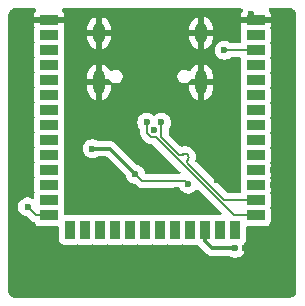
<source format=gbr>
%TF.GenerationSoftware,KiCad,Pcbnew,9.0.3*%
%TF.CreationDate,2025-11-21T23:03:04-05:00*%
%TF.ProjectId,JabChip,4a616243-6869-4702-9e6b-696361645f70,rev?*%
%TF.SameCoordinates,Original*%
%TF.FileFunction,Copper,L4,Bot*%
%TF.FilePolarity,Positive*%
%FSLAX46Y46*%
G04 Gerber Fmt 4.6, Leading zero omitted, Abs format (unit mm)*
G04 Created by KiCad (PCBNEW 9.0.3) date 2025-11-21 23:03:04*
%MOMM*%
%LPD*%
G01*
G04 APERTURE LIST*
%TA.AperFunction,HeatsinkPad*%
%ADD10O,1.000000X2.100000*%
%TD*%
%TA.AperFunction,HeatsinkPad*%
%ADD11O,1.000000X1.800000*%
%TD*%
%TA.AperFunction,SMDPad,CuDef*%
%ADD12R,1.500000X0.900000*%
%TD*%
%TA.AperFunction,SMDPad,CuDef*%
%ADD13R,0.900000X1.500000*%
%TD*%
%TA.AperFunction,ViaPad*%
%ADD14C,0.600000*%
%TD*%
%TA.AperFunction,Conductor*%
%ADD15C,0.300000*%
%TD*%
%TA.AperFunction,Conductor*%
%ADD16C,0.200000*%
%TD*%
G04 APERTURE END LIST*
D10*
%TO.P,J1,S1,SHIELD*%
%TO.N,GND*%
X142750000Y-67940600D03*
D11*
X142750000Y-63760600D03*
D10*
X134110000Y-67940600D03*
D11*
X134110000Y-63760600D03*
%TD*%
D12*
%TO.P,U4,1,GND*%
%TO.N,GND*%
X147383200Y-62659600D03*
%TO.P,U4,2,3V3*%
%TO.N,+3V3*%
X147383200Y-63929600D03*
%TO.P,U4,3,EN*%
%TO.N,/EN*%
X147383200Y-65199600D03*
%TO.P,U4,4,IO4*%
%TO.N,/4*%
X147383200Y-66469600D03*
%TO.P,U4,5,IO5*%
%TO.N,/5*%
X147383200Y-67739600D03*
%TO.P,U4,6,IO6*%
%TO.N,/6*%
X147383200Y-69009600D03*
%TO.P,U4,7,IO7*%
%TO.N,/7*%
X147383200Y-70279600D03*
%TO.P,U4,8,IO15*%
%TO.N,/15*%
X147383200Y-71549600D03*
%TO.P,U4,9,IO16*%
%TO.N,/16*%
X147383200Y-72819600D03*
%TO.P,U4,10,IO17*%
%TO.N,/17*%
X147383200Y-74089600D03*
%TO.P,U4,11,IO18*%
%TO.N,SDA*%
X147383200Y-75359600D03*
%TO.P,U4,12,IO8*%
%TO.N,SCL*%
X147383200Y-76629600D03*
%TO.P,U4,13,USB_D-*%
%TO.N,D-*%
X147383200Y-77899600D03*
%TO.P,U4,14,USB_D+*%
%TO.N,D+*%
X147383200Y-79169600D03*
D13*
%TO.P,U4,15,IO3*%
%TO.N,/3*%
X145618200Y-80419600D03*
%TO.P,U4,16,IO46*%
%TO.N,/46*%
X144348200Y-80419600D03*
%TO.P,U4,17,IO9*%
%TO.N,Piezo*%
X143078200Y-80419600D03*
%TO.P,U4,18,IO10*%
%TO.N,/10*%
X141808200Y-80419600D03*
%TO.P,U4,19,IO11*%
%TO.N,/11*%
X140538200Y-80419600D03*
%TO.P,U4,20,IO12*%
%TO.N,/12*%
X139268200Y-80419600D03*
%TO.P,U4,21,IO13*%
%TO.N,/13*%
X137998200Y-80419600D03*
%TO.P,U4,22,IO14*%
%TO.N,/14*%
X136728200Y-80419600D03*
%TO.P,U4,23,IO21*%
%TO.N,/21*%
X135458200Y-80419600D03*
%TO.P,U4,24,IO47*%
%TO.N,/47*%
X134188200Y-80419600D03*
%TO.P,U4,25,IO48*%
%TO.N,/48*%
X132918200Y-80419600D03*
%TO.P,U4,26,IO45*%
%TO.N,/45*%
X131648200Y-80419600D03*
D12*
%TO.P,U4,27,IO0*%
%TO.N,/0*%
X129883200Y-79169600D03*
%TO.P,U4,28,IO35*%
%TO.N,/35*%
X129883200Y-77899600D03*
%TO.P,U4,29,IO36*%
%TO.N,/36*%
X129883200Y-76629600D03*
%TO.P,U4,30,IO37*%
%TO.N,/37*%
X129883200Y-75359600D03*
%TO.P,U4,31,IO38*%
%TO.N,/38*%
X129883200Y-74089600D03*
%TO.P,U4,32,IO39*%
%TO.N,/39*%
X129883200Y-72819600D03*
%TO.P,U4,33,IO40*%
%TO.N,/40*%
X129883200Y-71549600D03*
%TO.P,U4,34,IO41*%
%TO.N,/41*%
X129883200Y-70279600D03*
%TO.P,U4,35,IO42*%
%TO.N,/42*%
X129883200Y-69009600D03*
%TO.P,U4,36,RXD0*%
%TO.N,/RXD0*%
X129883200Y-67739600D03*
%TO.P,U4,37,TXD0*%
%TO.N,/TXD0*%
X129883200Y-66469600D03*
%TO.P,U4,38,IO2*%
%TO.N,/2*%
X129883200Y-65199600D03*
%TO.P,U4,39,IO1*%
%TO.N,/1*%
X129883200Y-63929600D03*
%TO.P,U4,40,GND*%
%TO.N,GND*%
X129883200Y-62659600D03*
%TD*%
D14*
%TO.N,+5V*%
X137195600Y-75722900D03*
X141681200Y-76555600D03*
X133553200Y-73549400D03*
%TO.N,GND*%
X136245600Y-76758800D03*
X146964400Y-62179200D03*
X138795200Y-71994616D03*
X140716000Y-77063600D03*
X144068800Y-76200000D03*
X148844000Y-75336400D03*
X146456400Y-81991200D03*
X148844000Y-76657200D03*
X137312400Y-69697600D03*
X142748000Y-70866000D03*
%TO.N,+3V3*%
X147383200Y-63929600D03*
%TO.N,/0*%
X128056600Y-78486000D03*
%TO.N,/EN*%
X144729200Y-65227200D03*
%TO.N,Piezo*%
X145643600Y-81991200D03*
%TO.N,D-*%
X139395200Y-71323200D03*
%TO.N,D+*%
X138153600Y-71323200D03*
%TO.N,SCL*%
X147383200Y-76629600D03*
%TO.N,SDA*%
X147383200Y-75359600D03*
%TD*%
D15*
%TO.N,+5V*%
X135022100Y-73549400D02*
X133553200Y-73549400D01*
D16*
X137774300Y-76301600D02*
X141427200Y-76301600D01*
X137195600Y-75722900D02*
X137195600Y-75880000D01*
D15*
X137195600Y-75722900D02*
X135022100Y-73549400D01*
D16*
X137195600Y-75722900D02*
X137774300Y-76301600D01*
X141427200Y-76301600D02*
X141681200Y-76555600D01*
%TO.N,/0*%
X128056600Y-78486000D02*
X128740200Y-79169600D01*
X128740200Y-79169600D02*
X129883200Y-79169600D01*
%TO.N,/EN*%
X144756800Y-65199600D02*
X147383200Y-65199600D01*
X144729200Y-65227200D02*
X144756800Y-65199600D01*
%TO.N,Piezo*%
X145618200Y-81965800D02*
X145643600Y-81991200D01*
D15*
X143078200Y-80419600D02*
X143078200Y-81369600D01*
X143699800Y-81991200D02*
X145643600Y-81991200D01*
X143078200Y-81369600D02*
X143699800Y-81991200D01*
D16*
%TO.N,D-*%
X144701600Y-77899600D02*
X141614363Y-74812363D01*
X139395200Y-72593200D02*
X139395200Y-71323200D01*
X141639829Y-74108073D02*
X141554976Y-74023220D01*
X140850686Y-74048686D02*
X140765834Y-73963834D01*
X147383200Y-77899600D02*
X144701600Y-77899600D01*
X140765834Y-73963834D02*
X140436962Y-73634962D01*
X140436962Y-73634962D02*
X139395200Y-72593200D01*
X141614363Y-74472951D02*
X141639829Y-74447484D01*
X141215564Y-74023220D02*
X141190097Y-74048686D01*
X141639829Y-74447484D02*
G75*
G03*
X141639808Y-74108094I-169729J169684D01*
G01*
X141190097Y-74048686D02*
G75*
G02*
X140850685Y-74048687I-169706J169703D01*
G01*
X141554976Y-74023220D02*
G75*
G03*
X141215564Y-74023220I-169706J-169704D01*
G01*
X141614363Y-74812363D02*
G75*
G02*
X141614406Y-74472994I169737J169663D01*
G01*
%TO.N,D+*%
X138546257Y-72595616D02*
X138194200Y-72243559D01*
X147383200Y-79169600D02*
X145507738Y-79169600D01*
X138133800Y-71343000D02*
X138153600Y-71323200D01*
X138133800Y-71738200D02*
X138133800Y-71343000D01*
X138194200Y-71798600D02*
X138133800Y-71738200D01*
X138194200Y-72243559D02*
X138194200Y-71798600D01*
X145507738Y-79169600D02*
X138933754Y-72595616D01*
X138933754Y-72595616D02*
X138546257Y-72595616D01*
%TD*%
%TA.AperFunction,Conductor*%
%TO.N,GND*%
G36*
X128731192Y-61690605D02*
G01*
X128776947Y-61743409D01*
X128786891Y-61812567D01*
X128763419Y-61869231D01*
X128689849Y-61967506D01*
X128689845Y-61967513D01*
X128639603Y-62102220D01*
X128639601Y-62102227D01*
X128633200Y-62161755D01*
X128633200Y-62409600D01*
X131133200Y-62409600D01*
X131133200Y-62161772D01*
X131133199Y-62161755D01*
X131126798Y-62102227D01*
X131126796Y-62102220D01*
X131076554Y-61967513D01*
X131076550Y-61967506D01*
X131002981Y-61869231D01*
X130978563Y-61803767D01*
X130993414Y-61735494D01*
X131042819Y-61686088D01*
X131102247Y-61670920D01*
X146164153Y-61670920D01*
X146231192Y-61690605D01*
X146276947Y-61743409D01*
X146286891Y-61812567D01*
X146263419Y-61869231D01*
X146189849Y-61967506D01*
X146189845Y-61967513D01*
X146139603Y-62102220D01*
X146139601Y-62102227D01*
X146133200Y-62161755D01*
X146133200Y-62409600D01*
X148633200Y-62409600D01*
X148633200Y-62161772D01*
X148633199Y-62161755D01*
X148626798Y-62102227D01*
X148626796Y-62102220D01*
X148576554Y-61967513D01*
X148576550Y-61967506D01*
X148502981Y-61869231D01*
X148478563Y-61803767D01*
X148493414Y-61735494D01*
X148542819Y-61686088D01*
X148602247Y-61670920D01*
X150244091Y-61670920D01*
X150244098Y-61670922D01*
X150303036Y-61670920D01*
X150316895Y-61671697D01*
X150410823Y-61682279D01*
X150437879Y-61688455D01*
X150520473Y-61717355D01*
X150545476Y-61729395D01*
X150619569Y-61775950D01*
X150641274Y-61793260D01*
X150703139Y-61855125D01*
X150720449Y-61876831D01*
X150767002Y-61950920D01*
X150779047Y-61975932D01*
X150807943Y-62058516D01*
X150814120Y-62085582D01*
X150824700Y-62179485D01*
X150825479Y-62193368D01*
X150825478Y-62256685D01*
X150825479Y-62256714D01*
X150825479Y-85575694D01*
X150825478Y-85575698D01*
X150825479Y-85608781D01*
X150825479Y-85634630D01*
X150824699Y-85648513D01*
X150814119Y-85742417D01*
X150807941Y-85769486D01*
X150779047Y-85852066D01*
X150766999Y-85877086D01*
X150720452Y-85951165D01*
X150703139Y-85972874D01*
X150641274Y-86034739D01*
X150619563Y-86052052D01*
X150545482Y-86098600D01*
X150520467Y-86110647D01*
X150437883Y-86139543D01*
X150410815Y-86145721D01*
X150316912Y-86156300D01*
X150303031Y-86157079D01*
X150252307Y-86157078D01*
X150244098Y-86157078D01*
X150244097Y-86157078D01*
X150235474Y-86157078D01*
X150235446Y-86157080D01*
X127030952Y-86157080D01*
X127022308Y-86157079D01*
X127022302Y-86157078D01*
X126980838Y-86157079D01*
X126963364Y-86157079D01*
X126963363Y-86157078D01*
X126949488Y-86156300D01*
X126855582Y-86145720D01*
X126828516Y-86139543D01*
X126787224Y-86125095D01*
X126745930Y-86110646D01*
X126720920Y-86098602D01*
X126646831Y-86052049D01*
X126625125Y-86034739D01*
X126563260Y-85972874D01*
X126545950Y-85951169D01*
X126499395Y-85877076D01*
X126487355Y-85852073D01*
X126458455Y-85769479D01*
X126452279Y-85742423D01*
X126441697Y-85648495D01*
X126440920Y-85634629D01*
X126440922Y-85575698D01*
X126440920Y-85575693D01*
X126440921Y-85568122D01*
X126440919Y-85568072D01*
X126440919Y-78407153D01*
X127256100Y-78407153D01*
X127256100Y-78564846D01*
X127286861Y-78719489D01*
X127286864Y-78719501D01*
X127347202Y-78865172D01*
X127347209Y-78865185D01*
X127434810Y-78996288D01*
X127434813Y-78996292D01*
X127546307Y-79107786D01*
X127546311Y-79107789D01*
X127677414Y-79195390D01*
X127677427Y-79195397D01*
X127823098Y-79255735D01*
X127823103Y-79255737D01*
X127887747Y-79268595D01*
X127978449Y-79286638D01*
X128040360Y-79319023D01*
X128041939Y-79320574D01*
X128255339Y-79533974D01*
X128255349Y-79533985D01*
X128259679Y-79538315D01*
X128259680Y-79538316D01*
X128371484Y-79650120D01*
X128371486Y-79650121D01*
X128371490Y-79650124D01*
X128504787Y-79727082D01*
X128508416Y-79729177D01*
X128592739Y-79751771D01*
X128652398Y-79788134D01*
X128676827Y-79828211D01*
X128689403Y-79861930D01*
X128689406Y-79861935D01*
X128775652Y-79977144D01*
X128775655Y-79977147D01*
X128890864Y-80063393D01*
X128890871Y-80063397D01*
X129025717Y-80113691D01*
X129025716Y-80113691D01*
X129032644Y-80114435D01*
X129085327Y-80120100D01*
X130573700Y-80120099D01*
X130640739Y-80139784D01*
X130686494Y-80192587D01*
X130697700Y-80244099D01*
X130697700Y-81217470D01*
X130697701Y-81217476D01*
X130704108Y-81277083D01*
X130754402Y-81411928D01*
X130754406Y-81411935D01*
X130840652Y-81527144D01*
X130840655Y-81527147D01*
X130955864Y-81613393D01*
X130955871Y-81613397D01*
X131090717Y-81663691D01*
X131090716Y-81663691D01*
X131097644Y-81664435D01*
X131150327Y-81670100D01*
X132146072Y-81670099D01*
X132205683Y-81663691D01*
X132239867Y-81650940D01*
X132309558Y-81645957D01*
X132326527Y-81650938D01*
X132360717Y-81663691D01*
X132420327Y-81670100D01*
X133416072Y-81670099D01*
X133475683Y-81663691D01*
X133509867Y-81650940D01*
X133579558Y-81645957D01*
X133596527Y-81650938D01*
X133630717Y-81663691D01*
X133690327Y-81670100D01*
X134686072Y-81670099D01*
X134745683Y-81663691D01*
X134779867Y-81650940D01*
X134849558Y-81645957D01*
X134866527Y-81650938D01*
X134900717Y-81663691D01*
X134960327Y-81670100D01*
X135956072Y-81670099D01*
X136015683Y-81663691D01*
X136049867Y-81650940D01*
X136119558Y-81645957D01*
X136136527Y-81650938D01*
X136170717Y-81663691D01*
X136230327Y-81670100D01*
X137226072Y-81670099D01*
X137285683Y-81663691D01*
X137319867Y-81650940D01*
X137389558Y-81645957D01*
X137406527Y-81650938D01*
X137440717Y-81663691D01*
X137500327Y-81670100D01*
X138496072Y-81670099D01*
X138555683Y-81663691D01*
X138589867Y-81650940D01*
X138659558Y-81645957D01*
X138676527Y-81650938D01*
X138710717Y-81663691D01*
X138770327Y-81670100D01*
X139766072Y-81670099D01*
X139825683Y-81663691D01*
X139859867Y-81650940D01*
X139929558Y-81645957D01*
X139946527Y-81650938D01*
X139980717Y-81663691D01*
X140040327Y-81670100D01*
X141036072Y-81670099D01*
X141095683Y-81663691D01*
X141129867Y-81650940D01*
X141199558Y-81645957D01*
X141216527Y-81650938D01*
X141250717Y-81663691D01*
X141310327Y-81670100D01*
X142306072Y-81670099D01*
X142365683Y-81663691D01*
X142375153Y-81660158D01*
X142444842Y-81655170D01*
X142506167Y-81688651D01*
X142521592Y-81707445D01*
X142555177Y-81757710D01*
X142572926Y-81784273D01*
X142572927Y-81784274D01*
X143194524Y-82405869D01*
X143285131Y-82496476D01*
X143285132Y-82496477D01*
X143391666Y-82567661D01*
X143391672Y-82567664D01*
X143391673Y-82567665D01*
X143510056Y-82616701D01*
X143510060Y-82616701D01*
X143510061Y-82616702D01*
X143635728Y-82641700D01*
X143635731Y-82641700D01*
X145138665Y-82641700D01*
X145205704Y-82661385D01*
X145207509Y-82662566D01*
X145264421Y-82700594D01*
X145264423Y-82700595D01*
X145264427Y-82700597D01*
X145410098Y-82760935D01*
X145410103Y-82760937D01*
X145564753Y-82791699D01*
X145564756Y-82791700D01*
X145564758Y-82791700D01*
X145722444Y-82791700D01*
X145722445Y-82791699D01*
X145877097Y-82760937D01*
X146022779Y-82700594D01*
X146153889Y-82612989D01*
X146265389Y-82501489D01*
X146352994Y-82370379D01*
X146413337Y-82224697D01*
X146444100Y-82070042D01*
X146444100Y-81912358D01*
X146444100Y-81912355D01*
X146444099Y-81912353D01*
X146413338Y-81757710D01*
X146413337Y-81757703D01*
X146380240Y-81677798D01*
X146372771Y-81608329D01*
X146404047Y-81545850D01*
X146420489Y-81531081D01*
X146425746Y-81527146D01*
X146511996Y-81411931D01*
X146562291Y-81277083D01*
X146568700Y-81217473D01*
X146568699Y-80244098D01*
X146588383Y-80177060D01*
X146641187Y-80131305D01*
X146692694Y-80120099D01*
X148181072Y-80120099D01*
X148240683Y-80113691D01*
X148375531Y-80063396D01*
X148490746Y-79977146D01*
X148576996Y-79861931D01*
X148627291Y-79727083D01*
X148633700Y-79667473D01*
X148633699Y-78671728D01*
X148627291Y-78612117D01*
X148614540Y-78577932D01*
X148609557Y-78508242D01*
X148614538Y-78491272D01*
X148627291Y-78457083D01*
X148633700Y-78397473D01*
X148633699Y-77401728D01*
X148627291Y-77342117D01*
X148614540Y-77307932D01*
X148609557Y-77238242D01*
X148614540Y-77221269D01*
X148627291Y-77187083D01*
X148633700Y-77127473D01*
X148633699Y-76131728D01*
X148627291Y-76072117D01*
X148614540Y-76037932D01*
X148609557Y-75968242D01*
X148614540Y-75951269D01*
X148627291Y-75917083D01*
X148633700Y-75857473D01*
X148633699Y-74861728D01*
X148627291Y-74802117D01*
X148614540Y-74767932D01*
X148609557Y-74698242D01*
X148614540Y-74681269D01*
X148627291Y-74647083D01*
X148633700Y-74587473D01*
X148633699Y-73591728D01*
X148627291Y-73532117D01*
X148614540Y-73497932D01*
X148609557Y-73428242D01*
X148614540Y-73411269D01*
X148627291Y-73377083D01*
X148633700Y-73317473D01*
X148633699Y-72321728D01*
X148627291Y-72262117D01*
X148614540Y-72227932D01*
X148609557Y-72158242D01*
X148614540Y-72141269D01*
X148627291Y-72107083D01*
X148633700Y-72047473D01*
X148633699Y-71051728D01*
X148627291Y-70992117D01*
X148614540Y-70957932D01*
X148609557Y-70888242D01*
X148614540Y-70871269D01*
X148627291Y-70837083D01*
X148633700Y-70777473D01*
X148633699Y-69781728D01*
X148627291Y-69722117D01*
X148614540Y-69687932D01*
X148609557Y-69618242D01*
X148614540Y-69601269D01*
X148627291Y-69567083D01*
X148633700Y-69507473D01*
X148633699Y-68511728D01*
X148627291Y-68452117D01*
X148614540Y-68417932D01*
X148609557Y-68348242D01*
X148614540Y-68331269D01*
X148627291Y-68297083D01*
X148633700Y-68237473D01*
X148633699Y-67241728D01*
X148627291Y-67182117D01*
X148614540Y-67147932D01*
X148609557Y-67078242D01*
X148614540Y-67061269D01*
X148627291Y-67027083D01*
X148633700Y-66967473D01*
X148633699Y-65971728D01*
X148627291Y-65912117D01*
X148614540Y-65877932D01*
X148609557Y-65808242D01*
X148614540Y-65791269D01*
X148627291Y-65757083D01*
X148633700Y-65697473D01*
X148633699Y-64701728D01*
X148627291Y-64642117D01*
X148614540Y-64607932D01*
X148609557Y-64538242D01*
X148614540Y-64521269D01*
X148627291Y-64487083D01*
X148633700Y-64427473D01*
X148633699Y-63431728D01*
X148627291Y-63372117D01*
X148614273Y-63337216D01*
X148609290Y-63267526D01*
X148614275Y-63250549D01*
X148626797Y-63216975D01*
X148626798Y-63216972D01*
X148633199Y-63157444D01*
X148633200Y-63157427D01*
X148633200Y-62909600D01*
X146133200Y-62909600D01*
X146133200Y-63157444D01*
X146139601Y-63216972D01*
X146139603Y-63216979D01*
X146152125Y-63250552D01*
X146157109Y-63320243D01*
X146152125Y-63337217D01*
X146139109Y-63372114D01*
X146139108Y-63372116D01*
X146132701Y-63431716D01*
X146132701Y-63431723D01*
X146132700Y-63431735D01*
X146132700Y-64427470D01*
X146132701Y-64427476D01*
X146136396Y-64461847D01*
X146123989Y-64530606D01*
X146076378Y-64581743D01*
X146013106Y-64599100D01*
X145267659Y-64599100D01*
X145200620Y-64579415D01*
X145198768Y-64578202D01*
X145108385Y-64517809D01*
X145108372Y-64517802D01*
X144962701Y-64457464D01*
X144962689Y-64457461D01*
X144808045Y-64426700D01*
X144808042Y-64426700D01*
X144650358Y-64426700D01*
X144650355Y-64426700D01*
X144495710Y-64457461D01*
X144495698Y-64457464D01*
X144350027Y-64517802D01*
X144350014Y-64517809D01*
X144218911Y-64605410D01*
X144218907Y-64605413D01*
X144107413Y-64716907D01*
X144107410Y-64716911D01*
X144019809Y-64848014D01*
X144019802Y-64848027D01*
X143959464Y-64993698D01*
X143959461Y-64993710D01*
X143928700Y-65148353D01*
X143928700Y-65306046D01*
X143959461Y-65460689D01*
X143959464Y-65460701D01*
X144019802Y-65606372D01*
X144019809Y-65606385D01*
X144107410Y-65737488D01*
X144107413Y-65737492D01*
X144218907Y-65848986D01*
X144218911Y-65848989D01*
X144350014Y-65936590D01*
X144350027Y-65936597D01*
X144495698Y-65996935D01*
X144495703Y-65996937D01*
X144650353Y-66027699D01*
X144650356Y-66027700D01*
X144650358Y-66027700D01*
X144808044Y-66027700D01*
X144808045Y-66027699D01*
X144962697Y-65996937D01*
X145108379Y-65936594D01*
X145239489Y-65848989D01*
X145239492Y-65848986D01*
X145252060Y-65836419D01*
X145313383Y-65802934D01*
X145339741Y-65800100D01*
X146013106Y-65800100D01*
X146080145Y-65819785D01*
X146125900Y-65872589D01*
X146136395Y-65937352D01*
X146132700Y-65971727D01*
X146132700Y-65971728D01*
X146132700Y-65971732D01*
X146132700Y-66967470D01*
X146132701Y-66967476D01*
X146139108Y-67027081D01*
X146151859Y-67061269D01*
X146156842Y-67130961D01*
X146151859Y-67147931D01*
X146139108Y-67182118D01*
X146135201Y-67218463D01*
X146132701Y-67241723D01*
X146132700Y-67241735D01*
X146132700Y-68237470D01*
X146132701Y-68237476D01*
X146139108Y-68297081D01*
X146151859Y-68331269D01*
X146156842Y-68400961D01*
X146151859Y-68417931D01*
X146139108Y-68452118D01*
X146132701Y-68511716D01*
X146132701Y-68511723D01*
X146132700Y-68511735D01*
X146132700Y-69507470D01*
X146132701Y-69507476D01*
X146139108Y-69567081D01*
X146151859Y-69601269D01*
X146156842Y-69670961D01*
X146151859Y-69687931D01*
X146139108Y-69722118D01*
X146132701Y-69781716D01*
X146132701Y-69781723D01*
X146132700Y-69781735D01*
X146132700Y-70777470D01*
X146132701Y-70777476D01*
X146139108Y-70837081D01*
X146151859Y-70871269D01*
X146156842Y-70940961D01*
X146151859Y-70957931D01*
X146139108Y-70992118D01*
X146132701Y-71051716D01*
X146132701Y-71051723D01*
X146132700Y-71051735D01*
X146132700Y-72047470D01*
X146132701Y-72047476D01*
X146139108Y-72107081D01*
X146151859Y-72141269D01*
X146156842Y-72210961D01*
X146151859Y-72227931D01*
X146139108Y-72262118D01*
X146132701Y-72321716D01*
X146132701Y-72321723D01*
X146132700Y-72321735D01*
X146132700Y-73317470D01*
X146132701Y-73317476D01*
X146139108Y-73377081D01*
X146151859Y-73411269D01*
X146156842Y-73480961D01*
X146151859Y-73497931D01*
X146139108Y-73532118D01*
X146132701Y-73591716D01*
X146132701Y-73591723D01*
X146132700Y-73591735D01*
X146132700Y-74587470D01*
X146132701Y-74587476D01*
X146139108Y-74647081D01*
X146151859Y-74681269D01*
X146156842Y-74750961D01*
X146151859Y-74767931D01*
X146139108Y-74802118D01*
X146132701Y-74861716D01*
X146132701Y-74861723D01*
X146132700Y-74861735D01*
X146132700Y-75857470D01*
X146132701Y-75857476D01*
X146139108Y-75917081D01*
X146151859Y-75951269D01*
X146156842Y-76020961D01*
X146151859Y-76037931D01*
X146139108Y-76072118D01*
X146132701Y-76131716D01*
X146132701Y-76131723D01*
X146132700Y-76131735D01*
X146132700Y-77127470D01*
X146132701Y-77127476D01*
X146136396Y-77161847D01*
X146123989Y-77230606D01*
X146076378Y-77281743D01*
X146013106Y-77299100D01*
X145001697Y-77299100D01*
X144934658Y-77279415D01*
X144914016Y-77262781D01*
X142306414Y-74655179D01*
X142272929Y-74593856D01*
X142277564Y-74529035D01*
X142276583Y-74528738D01*
X142277895Y-74524409D01*
X142277913Y-74524164D01*
X142278159Y-74523537D01*
X142278351Y-74522906D01*
X142310636Y-74360530D01*
X142310637Y-74360525D01*
X142310627Y-74194969D01*
X142283712Y-74059692D01*
X142278322Y-74032599D01*
X142278321Y-74032597D01*
X142214961Y-73879643D01*
X142122983Y-73741993D01*
X142122982Y-73741991D01*
X142064449Y-73683458D01*
X142012891Y-73631900D01*
X141953504Y-73572513D01*
X141953503Y-73572511D01*
X141921062Y-73540069D01*
X141921056Y-73540064D01*
X141783400Y-73448086D01*
X141783396Y-73448084D01*
X141630436Y-73384725D01*
X141630428Y-73384723D01*
X141468056Y-73352425D01*
X141468053Y-73352425D01*
X141302487Y-73352425D01*
X141302484Y-73352425D01*
X141140111Y-73384723D01*
X141134277Y-73386493D01*
X141133680Y-73384527D01*
X141073522Y-73390986D01*
X141011047Y-73359702D01*
X141007876Y-73356641D01*
X140032019Y-72380784D01*
X139998534Y-72319461D01*
X139995700Y-72293103D01*
X139995700Y-71902965D01*
X140015385Y-71835926D01*
X140016598Y-71834074D01*
X140104590Y-71702385D01*
X140104590Y-71702384D01*
X140104594Y-71702379D01*
X140164937Y-71556697D01*
X140195700Y-71402042D01*
X140195700Y-71244358D01*
X140195700Y-71244355D01*
X140195699Y-71244353D01*
X140164938Y-71089710D01*
X140164937Y-71089703D01*
X140149208Y-71051729D01*
X140104597Y-70944027D01*
X140104590Y-70944014D01*
X140016989Y-70812911D01*
X140016986Y-70812907D01*
X139905492Y-70701413D01*
X139905488Y-70701410D01*
X139774385Y-70613809D01*
X139774372Y-70613802D01*
X139628701Y-70553464D01*
X139628689Y-70553461D01*
X139474045Y-70522700D01*
X139474042Y-70522700D01*
X139316358Y-70522700D01*
X139316355Y-70522700D01*
X139161710Y-70553461D01*
X139161698Y-70553464D01*
X139016027Y-70613802D01*
X139016014Y-70613809D01*
X138884911Y-70701410D01*
X138884907Y-70701413D01*
X138862081Y-70724240D01*
X138800758Y-70757725D01*
X138731066Y-70752741D01*
X138686719Y-70724240D01*
X138663892Y-70701413D01*
X138663888Y-70701410D01*
X138532785Y-70613809D01*
X138532772Y-70613802D01*
X138387101Y-70553464D01*
X138387089Y-70553461D01*
X138232445Y-70522700D01*
X138232442Y-70522700D01*
X138074758Y-70522700D01*
X138074755Y-70522700D01*
X137920110Y-70553461D01*
X137920098Y-70553464D01*
X137774427Y-70613802D01*
X137774414Y-70613809D01*
X137643311Y-70701410D01*
X137643307Y-70701413D01*
X137531813Y-70812907D01*
X137531810Y-70812911D01*
X137444209Y-70944014D01*
X137444202Y-70944027D01*
X137383864Y-71089698D01*
X137383861Y-71089710D01*
X137353100Y-71244353D01*
X137353100Y-71402046D01*
X137383861Y-71556689D01*
X137383864Y-71556701D01*
X137444202Y-71702372D01*
X137444209Y-71702385D01*
X137530182Y-71831051D01*
X137530249Y-71831191D01*
X137530309Y-71831242D01*
X137530949Y-71832658D01*
X137545483Y-71863108D01*
X137546217Y-71865469D01*
X137574223Y-71969985D01*
X137576368Y-71973700D01*
X137583998Y-71986915D01*
X137588103Y-72000110D01*
X137588374Y-72017081D01*
X137593700Y-72036944D01*
X137593700Y-72156889D01*
X137593699Y-72156907D01*
X137593699Y-72322613D01*
X137593698Y-72322613D01*
X137634624Y-72475346D01*
X137648915Y-72500098D01*
X137648916Y-72500100D01*
X137713677Y-72612271D01*
X137713679Y-72612274D01*
X137713680Y-72612275D01*
X137825484Y-72724079D01*
X137825485Y-72724080D01*
X138177541Y-73076136D01*
X138314472Y-73155193D01*
X138467200Y-73196117D01*
X138467203Y-73196117D01*
X138632911Y-73196117D01*
X138632927Y-73196116D01*
X138633657Y-73196116D01*
X138700696Y-73215801D01*
X138721338Y-73232435D01*
X140978322Y-75489419D01*
X141011807Y-75550742D01*
X141006823Y-75620434D01*
X140964951Y-75676367D01*
X140899487Y-75700784D01*
X140890641Y-75701100D01*
X138109211Y-75701100D01*
X138042172Y-75681415D01*
X137996417Y-75628611D01*
X137987594Y-75601292D01*
X137965338Y-75489408D01*
X137965337Y-75489407D01*
X137965337Y-75489403D01*
X137965335Y-75489398D01*
X137904997Y-75343727D01*
X137904990Y-75343714D01*
X137817389Y-75212611D01*
X137817386Y-75212607D01*
X137705892Y-75101113D01*
X137705888Y-75101110D01*
X137574785Y-75013509D01*
X137574772Y-75013502D01*
X137429099Y-74953163D01*
X137429091Y-74953161D01*
X137362018Y-74939819D01*
X137300107Y-74907434D01*
X137298529Y-74905883D01*
X135436774Y-73044127D01*
X135436773Y-73044126D01*
X135436769Y-73044123D01*
X135330227Y-72972935D01*
X135211844Y-72923899D01*
X135211838Y-72923897D01*
X135086171Y-72898900D01*
X135086169Y-72898900D01*
X134058135Y-72898900D01*
X133991096Y-72879215D01*
X133989290Y-72878033D01*
X133932379Y-72840006D01*
X133932372Y-72840002D01*
X133786701Y-72779664D01*
X133786689Y-72779661D01*
X133632045Y-72748900D01*
X133632042Y-72748900D01*
X133474358Y-72748900D01*
X133474355Y-72748900D01*
X133319710Y-72779661D01*
X133319698Y-72779664D01*
X133174027Y-72840002D01*
X133174014Y-72840009D01*
X133042911Y-72927610D01*
X133042907Y-72927613D01*
X132931413Y-73039107D01*
X132931410Y-73039111D01*
X132843809Y-73170214D01*
X132843802Y-73170227D01*
X132783464Y-73315898D01*
X132783461Y-73315910D01*
X132752700Y-73470553D01*
X132752700Y-73628246D01*
X132783461Y-73782889D01*
X132783464Y-73782901D01*
X132843802Y-73928572D01*
X132843809Y-73928585D01*
X132931410Y-74059688D01*
X132931413Y-74059692D01*
X133042907Y-74171186D01*
X133042911Y-74171189D01*
X133174014Y-74258790D01*
X133174027Y-74258797D01*
X133319698Y-74319135D01*
X133319703Y-74319137D01*
X133474353Y-74349899D01*
X133474356Y-74349900D01*
X133474358Y-74349900D01*
X133632044Y-74349900D01*
X133632045Y-74349899D01*
X133786697Y-74319137D01*
X133932379Y-74258794D01*
X133989244Y-74220797D01*
X134055921Y-74199920D01*
X134058135Y-74199900D01*
X134701292Y-74199900D01*
X134768331Y-74219585D01*
X134788973Y-74236219D01*
X136378583Y-75825829D01*
X136412068Y-75887152D01*
X136412519Y-75889318D01*
X136425861Y-75956391D01*
X136425863Y-75956399D01*
X136486202Y-76102072D01*
X136486209Y-76102085D01*
X136573810Y-76233188D01*
X136573813Y-76233192D01*
X136685307Y-76344686D01*
X136685311Y-76344689D01*
X136816414Y-76432290D01*
X136816427Y-76432297D01*
X136962098Y-76492635D01*
X136962103Y-76492637D01*
X137026747Y-76505495D01*
X137117449Y-76523538D01*
X137134205Y-76532302D01*
X137152685Y-76536323D01*
X137177723Y-76555067D01*
X137179360Y-76555923D01*
X137180939Y-76557474D01*
X137289439Y-76665974D01*
X137289449Y-76665985D01*
X137293779Y-76670315D01*
X137293780Y-76670316D01*
X137405584Y-76782120D01*
X137405586Y-76782121D01*
X137405590Y-76782124D01*
X137542509Y-76861173D01*
X137542516Y-76861177D01*
X137654319Y-76891134D01*
X137695242Y-76902100D01*
X137695243Y-76902100D01*
X140883691Y-76902100D01*
X140950730Y-76921785D01*
X140986793Y-76957209D01*
X141059410Y-77065888D01*
X141059413Y-77065892D01*
X141170907Y-77177386D01*
X141170911Y-77177389D01*
X141302014Y-77264990D01*
X141302027Y-77264997D01*
X141405688Y-77307934D01*
X141447703Y-77325337D01*
X141602353Y-77356099D01*
X141602356Y-77356100D01*
X141602358Y-77356100D01*
X141760044Y-77356100D01*
X141760045Y-77356099D01*
X141914697Y-77325337D01*
X142060379Y-77264994D01*
X142191489Y-77177389D01*
X142302989Y-77065889D01*
X142319903Y-77040574D01*
X142373515Y-76995769D01*
X142442840Y-76987062D01*
X142505868Y-77017216D01*
X142510687Y-77021784D01*
X144446322Y-78957419D01*
X144479807Y-79018742D01*
X144474823Y-79088434D01*
X144432951Y-79144367D01*
X144367487Y-79168784D01*
X144358641Y-79169100D01*
X143850329Y-79169100D01*
X143850323Y-79169101D01*
X143790718Y-79175508D01*
X143756531Y-79188259D01*
X143686839Y-79193242D01*
X143669869Y-79188259D01*
X143635680Y-79175508D01*
X143635682Y-79175508D01*
X143576083Y-79169101D01*
X143576081Y-79169100D01*
X143576073Y-79169100D01*
X143576064Y-79169100D01*
X142580329Y-79169100D01*
X142580323Y-79169101D01*
X142520718Y-79175508D01*
X142486531Y-79188259D01*
X142416839Y-79193242D01*
X142399869Y-79188259D01*
X142365680Y-79175508D01*
X142365682Y-79175508D01*
X142306083Y-79169101D01*
X142306081Y-79169100D01*
X142306073Y-79169100D01*
X142306064Y-79169100D01*
X141310329Y-79169100D01*
X141310323Y-79169101D01*
X141250718Y-79175508D01*
X141216531Y-79188259D01*
X141146839Y-79193242D01*
X141129869Y-79188259D01*
X141095680Y-79175508D01*
X141095682Y-79175508D01*
X141036083Y-79169101D01*
X141036081Y-79169100D01*
X141036073Y-79169100D01*
X141036064Y-79169100D01*
X140040329Y-79169100D01*
X140040323Y-79169101D01*
X139980718Y-79175508D01*
X139946531Y-79188259D01*
X139876839Y-79193242D01*
X139859869Y-79188259D01*
X139825680Y-79175508D01*
X139825682Y-79175508D01*
X139766083Y-79169101D01*
X139766081Y-79169100D01*
X139766073Y-79169100D01*
X139766064Y-79169100D01*
X138770329Y-79169100D01*
X138770323Y-79169101D01*
X138710718Y-79175508D01*
X138676531Y-79188259D01*
X138606839Y-79193242D01*
X138589869Y-79188259D01*
X138555680Y-79175508D01*
X138555682Y-79175508D01*
X138496083Y-79169101D01*
X138496081Y-79169100D01*
X138496073Y-79169100D01*
X138496064Y-79169100D01*
X137500329Y-79169100D01*
X137500323Y-79169101D01*
X137440718Y-79175508D01*
X137406531Y-79188259D01*
X137336839Y-79193242D01*
X137319869Y-79188259D01*
X137285680Y-79175508D01*
X137285682Y-79175508D01*
X137226083Y-79169101D01*
X137226081Y-79169100D01*
X137226073Y-79169100D01*
X137226064Y-79169100D01*
X136230329Y-79169100D01*
X136230323Y-79169101D01*
X136170718Y-79175508D01*
X136136531Y-79188259D01*
X136066839Y-79193242D01*
X136049869Y-79188259D01*
X136015680Y-79175508D01*
X136015682Y-79175508D01*
X135956083Y-79169101D01*
X135956081Y-79169100D01*
X135956073Y-79169100D01*
X135956064Y-79169100D01*
X134960329Y-79169100D01*
X134960323Y-79169101D01*
X134900718Y-79175508D01*
X134866531Y-79188259D01*
X134796839Y-79193242D01*
X134779869Y-79188259D01*
X134745680Y-79175508D01*
X134745682Y-79175508D01*
X134686083Y-79169101D01*
X134686081Y-79169100D01*
X134686073Y-79169100D01*
X134686064Y-79169100D01*
X133690329Y-79169100D01*
X133690323Y-79169101D01*
X133630718Y-79175508D01*
X133596531Y-79188259D01*
X133526839Y-79193242D01*
X133509869Y-79188259D01*
X133475680Y-79175508D01*
X133475682Y-79175508D01*
X133416083Y-79169101D01*
X133416081Y-79169100D01*
X133416073Y-79169100D01*
X133416064Y-79169100D01*
X132420329Y-79169100D01*
X132420323Y-79169101D01*
X132360718Y-79175508D01*
X132326531Y-79188259D01*
X132256839Y-79193242D01*
X132239869Y-79188259D01*
X132205680Y-79175508D01*
X132205682Y-79175508D01*
X132146083Y-79169101D01*
X132146081Y-79169100D01*
X132146073Y-79169100D01*
X132146065Y-79169100D01*
X131257699Y-79169100D01*
X131190660Y-79149415D01*
X131144905Y-79096611D01*
X131133699Y-79045100D01*
X131133699Y-78671729D01*
X131133698Y-78671723D01*
X131127291Y-78612118D01*
X131127291Y-78612117D01*
X131114540Y-78577932D01*
X131109557Y-78508242D01*
X131114538Y-78491272D01*
X131127291Y-78457083D01*
X131133700Y-78397473D01*
X131133699Y-77401728D01*
X131127291Y-77342117D01*
X131114540Y-77307932D01*
X131109557Y-77238242D01*
X131114540Y-77221269D01*
X131127291Y-77187083D01*
X131133700Y-77127473D01*
X131133699Y-76131728D01*
X131127291Y-76072117D01*
X131114540Y-76037932D01*
X131109557Y-75968242D01*
X131114540Y-75951269D01*
X131127291Y-75917083D01*
X131133700Y-75857473D01*
X131133699Y-74861728D01*
X131127291Y-74802117D01*
X131114540Y-74767932D01*
X131109557Y-74698242D01*
X131114540Y-74681269D01*
X131127291Y-74647083D01*
X131133700Y-74587473D01*
X131133699Y-73591728D01*
X131127291Y-73532117D01*
X131114540Y-73497932D01*
X131109557Y-73428242D01*
X131114540Y-73411269D01*
X131127291Y-73377083D01*
X131133700Y-73317473D01*
X131133699Y-72321728D01*
X131127291Y-72262117D01*
X131114540Y-72227932D01*
X131109557Y-72158242D01*
X131114540Y-72141269D01*
X131127291Y-72107083D01*
X131133700Y-72047473D01*
X131133699Y-71051728D01*
X131127291Y-70992117D01*
X131114540Y-70957932D01*
X131109557Y-70888242D01*
X131114540Y-70871269D01*
X131127291Y-70837083D01*
X131133700Y-70777473D01*
X131133699Y-69781728D01*
X131127291Y-69722117D01*
X131114540Y-69687932D01*
X131109557Y-69618242D01*
X131114540Y-69601269D01*
X131127291Y-69567083D01*
X131133700Y-69507473D01*
X131133699Y-68511728D01*
X131127291Y-68452117D01*
X131114540Y-68417931D01*
X131107530Y-68360480D01*
X131109253Y-68345444D01*
X131127291Y-68297083D01*
X131133700Y-68237473D01*
X131133699Y-67292104D01*
X133110000Y-67292104D01*
X133110000Y-67690600D01*
X133810000Y-67690600D01*
X133810000Y-68190600D01*
X133110000Y-68190600D01*
X133110000Y-68589095D01*
X133148427Y-68782281D01*
X133148430Y-68782293D01*
X133223807Y-68964271D01*
X133223814Y-68964284D01*
X133333248Y-69128062D01*
X133333251Y-69128066D01*
X133472533Y-69267348D01*
X133472537Y-69267351D01*
X133636315Y-69376785D01*
X133636328Y-69376792D01*
X133818308Y-69452169D01*
X133860000Y-69460462D01*
X133860000Y-68657588D01*
X133869940Y-68674805D01*
X133925795Y-68730660D01*
X133994204Y-68770156D01*
X134070504Y-68790600D01*
X134149496Y-68790600D01*
X134225796Y-68770156D01*
X134294205Y-68730660D01*
X134350060Y-68674805D01*
X134360000Y-68657588D01*
X134360000Y-69460462D01*
X134401690Y-69452169D01*
X134401692Y-69452169D01*
X134583671Y-69376792D01*
X134583684Y-69376785D01*
X134747462Y-69267351D01*
X134747466Y-69267348D01*
X134886748Y-69128066D01*
X134886751Y-69128062D01*
X134996185Y-68964284D01*
X134996192Y-68964271D01*
X135071569Y-68782293D01*
X135071572Y-68782281D01*
X135109999Y-68589095D01*
X135110000Y-68589092D01*
X135110000Y-68190600D01*
X134410000Y-68190600D01*
X134410000Y-67690600D01*
X134948216Y-67690600D01*
X135015255Y-67710285D01*
X135055602Y-67752599D01*
X135079485Y-67793965D01*
X135186635Y-67901115D01*
X135317865Y-67976881D01*
X135464234Y-68016100D01*
X135464236Y-68016100D01*
X135615764Y-68016100D01*
X135615766Y-68016100D01*
X135762135Y-67976881D01*
X135893365Y-67901115D01*
X136000515Y-67793965D01*
X136076281Y-67662735D01*
X136115500Y-67516366D01*
X136115500Y-67364834D01*
X140744500Y-67364834D01*
X140744500Y-67516365D01*
X140783719Y-67662736D01*
X140799807Y-67690600D01*
X140859485Y-67793965D01*
X140966635Y-67901115D01*
X141097865Y-67976881D01*
X141244234Y-68016100D01*
X141244236Y-68016100D01*
X141395763Y-68016100D01*
X141395766Y-68016100D01*
X141542135Y-67976881D01*
X141673365Y-67901115D01*
X141780515Y-67793965D01*
X141804397Y-67752599D01*
X141854964Y-67704384D01*
X141911784Y-67690600D01*
X142450000Y-67690600D01*
X142450000Y-68190600D01*
X141750000Y-68190600D01*
X141750000Y-68589095D01*
X141788427Y-68782281D01*
X141788430Y-68782293D01*
X141863807Y-68964271D01*
X141863814Y-68964284D01*
X141973248Y-69128062D01*
X141973251Y-69128066D01*
X142112533Y-69267348D01*
X142112537Y-69267351D01*
X142276315Y-69376785D01*
X142276328Y-69376792D01*
X142458308Y-69452169D01*
X142500000Y-69460462D01*
X142500000Y-68657588D01*
X142509940Y-68674805D01*
X142565795Y-68730660D01*
X142634204Y-68770156D01*
X142710504Y-68790600D01*
X142789496Y-68790600D01*
X142865796Y-68770156D01*
X142934205Y-68730660D01*
X142990060Y-68674805D01*
X143000000Y-68657588D01*
X143000000Y-69460462D01*
X143041690Y-69452169D01*
X143041692Y-69452169D01*
X143223671Y-69376792D01*
X143223684Y-69376785D01*
X143387462Y-69267351D01*
X143387466Y-69267348D01*
X143526748Y-69128066D01*
X143526751Y-69128062D01*
X143636185Y-68964284D01*
X143636192Y-68964271D01*
X143711569Y-68782293D01*
X143711572Y-68782281D01*
X143749999Y-68589095D01*
X143750000Y-68589092D01*
X143750000Y-68190600D01*
X143050000Y-68190600D01*
X143050000Y-67690600D01*
X143750000Y-67690600D01*
X143750000Y-67292108D01*
X143749999Y-67292104D01*
X143711572Y-67098918D01*
X143711569Y-67098906D01*
X143636192Y-66916928D01*
X143636185Y-66916915D01*
X143526751Y-66753137D01*
X143526748Y-66753133D01*
X143387466Y-66613851D01*
X143387462Y-66613848D01*
X143223684Y-66504414D01*
X143223671Y-66504407D01*
X143041691Y-66429029D01*
X143041683Y-66429027D01*
X143000000Y-66420735D01*
X143000000Y-67223611D01*
X142990060Y-67206395D01*
X142934205Y-67150540D01*
X142865796Y-67111044D01*
X142789496Y-67090600D01*
X142710504Y-67090600D01*
X142634204Y-67111044D01*
X142565795Y-67150540D01*
X142509940Y-67206395D01*
X142500000Y-67223611D01*
X142500000Y-66420736D01*
X142499999Y-66420735D01*
X142458316Y-66429027D01*
X142458308Y-66429029D01*
X142276328Y-66504407D01*
X142276315Y-66504414D01*
X142112537Y-66613848D01*
X142112533Y-66613851D01*
X141973251Y-66753133D01*
X141973248Y-66753137D01*
X141863814Y-66916915D01*
X141863809Y-66916924D01*
X141859866Y-66926445D01*
X141816023Y-66980847D01*
X141749728Y-67002910D01*
X141682030Y-66985629D01*
X141676597Y-66981951D01*
X141542136Y-66904319D01*
X141468950Y-66884709D01*
X141395766Y-66865100D01*
X141244234Y-66865100D01*
X141097863Y-66904319D01*
X140966635Y-66980085D01*
X140966632Y-66980087D01*
X140859487Y-67087232D01*
X140859485Y-67087235D01*
X140783719Y-67218463D01*
X140744500Y-67364834D01*
X136115500Y-67364834D01*
X136076281Y-67218465D01*
X136000515Y-67087235D01*
X135893365Y-66980085D01*
X135823406Y-66939694D01*
X135762136Y-66904319D01*
X135688950Y-66884709D01*
X135615766Y-66865100D01*
X135464234Y-66865100D01*
X135317863Y-66904319D01*
X135226428Y-66957110D01*
X135186635Y-66980085D01*
X135186633Y-66980086D01*
X135179597Y-66984149D01*
X135178327Y-66981949D01*
X135124995Y-67002560D01*
X135056552Y-66988514D01*
X135006568Y-66939694D01*
X135000131Y-66926438D01*
X134996192Y-66916928D01*
X134996185Y-66916915D01*
X134886751Y-66753137D01*
X134886748Y-66753133D01*
X134747466Y-66613851D01*
X134747462Y-66613848D01*
X134583684Y-66504414D01*
X134583671Y-66504407D01*
X134401691Y-66429029D01*
X134401683Y-66429027D01*
X134360000Y-66420735D01*
X134360000Y-67223611D01*
X134350060Y-67206395D01*
X134294205Y-67150540D01*
X134225796Y-67111044D01*
X134149496Y-67090600D01*
X134070504Y-67090600D01*
X133994204Y-67111044D01*
X133925795Y-67150540D01*
X133869940Y-67206395D01*
X133860000Y-67223611D01*
X133860000Y-66420736D01*
X133859999Y-66420735D01*
X133818316Y-66429027D01*
X133818308Y-66429029D01*
X133636328Y-66504407D01*
X133636315Y-66504414D01*
X133472537Y-66613848D01*
X133472533Y-66613851D01*
X133333251Y-66753133D01*
X133333248Y-66753137D01*
X133223814Y-66916915D01*
X133223807Y-66916928D01*
X133148430Y-67098906D01*
X133148427Y-67098918D01*
X133110000Y-67292104D01*
X131133699Y-67292104D01*
X131133699Y-67241728D01*
X131127291Y-67182117D01*
X131109988Y-67135726D01*
X131108072Y-67122838D01*
X131111157Y-67100619D01*
X131109557Y-67078242D01*
X131114540Y-67061269D01*
X131127291Y-67027083D01*
X131133700Y-66967473D01*
X131133699Y-65971728D01*
X131127291Y-65912117D01*
X131114540Y-65877932D01*
X131109557Y-65808242D01*
X131114540Y-65791269D01*
X131127291Y-65757083D01*
X131133700Y-65697473D01*
X131133699Y-64701728D01*
X131127291Y-64642117D01*
X131114540Y-64607932D01*
X131109557Y-64538242D01*
X131114540Y-64521269D01*
X131127291Y-64487083D01*
X131133700Y-64427473D01*
X131133699Y-63431728D01*
X131127291Y-63372117D01*
X131114273Y-63337216D01*
X131112388Y-63310859D01*
X131106772Y-63285037D01*
X131109609Y-63271994D01*
X131109290Y-63267526D01*
X131110882Y-63262104D01*
X133110000Y-63262104D01*
X133110000Y-63510600D01*
X133810000Y-63510600D01*
X133810000Y-64010600D01*
X133110000Y-64010600D01*
X133110000Y-64259095D01*
X133148427Y-64452281D01*
X133148430Y-64452293D01*
X133223807Y-64634271D01*
X133223814Y-64634284D01*
X133333248Y-64798062D01*
X133333251Y-64798066D01*
X133472533Y-64937348D01*
X133472537Y-64937351D01*
X133636315Y-65046785D01*
X133636328Y-65046792D01*
X133818308Y-65122169D01*
X133860000Y-65130462D01*
X133860000Y-64327588D01*
X133869940Y-64344805D01*
X133925795Y-64400660D01*
X133994204Y-64440156D01*
X134070504Y-64460600D01*
X134149496Y-64460600D01*
X134225796Y-64440156D01*
X134294205Y-64400660D01*
X134350060Y-64344805D01*
X134360000Y-64327588D01*
X134360000Y-65130462D01*
X134401690Y-65122169D01*
X134401692Y-65122169D01*
X134583671Y-65046792D01*
X134583684Y-65046785D01*
X134747462Y-64937351D01*
X134747466Y-64937348D01*
X134886748Y-64798066D01*
X134886751Y-64798062D01*
X134996185Y-64634284D01*
X134996192Y-64634271D01*
X135071569Y-64452293D01*
X135071572Y-64452281D01*
X135109999Y-64259095D01*
X135110000Y-64259092D01*
X135110000Y-64010600D01*
X134410000Y-64010600D01*
X134410000Y-63510600D01*
X135110000Y-63510600D01*
X135110000Y-63262108D01*
X135109999Y-63262104D01*
X141750000Y-63262104D01*
X141750000Y-63510600D01*
X142450000Y-63510600D01*
X142450000Y-64010600D01*
X141750000Y-64010600D01*
X141750000Y-64259095D01*
X141788427Y-64452281D01*
X141788430Y-64452293D01*
X141863807Y-64634271D01*
X141863814Y-64634284D01*
X141973248Y-64798062D01*
X141973251Y-64798066D01*
X142112533Y-64937348D01*
X142112537Y-64937351D01*
X142276315Y-65046785D01*
X142276328Y-65046792D01*
X142458308Y-65122169D01*
X142500000Y-65130462D01*
X142500000Y-64327588D01*
X142509940Y-64344805D01*
X142565795Y-64400660D01*
X142634204Y-64440156D01*
X142710504Y-64460600D01*
X142789496Y-64460600D01*
X142865796Y-64440156D01*
X142934205Y-64400660D01*
X142990060Y-64344805D01*
X143000000Y-64327588D01*
X143000000Y-65130462D01*
X143041690Y-65122169D01*
X143041692Y-65122169D01*
X143223671Y-65046792D01*
X143223684Y-65046785D01*
X143387462Y-64937351D01*
X143387466Y-64937348D01*
X143526748Y-64798066D01*
X143526751Y-64798062D01*
X143636185Y-64634284D01*
X143636192Y-64634271D01*
X143711569Y-64452293D01*
X143711572Y-64452281D01*
X143749999Y-64259095D01*
X143750000Y-64259092D01*
X143750000Y-64010600D01*
X143050000Y-64010600D01*
X143050000Y-63510600D01*
X143750000Y-63510600D01*
X143750000Y-63262108D01*
X143749999Y-63262104D01*
X143711572Y-63068918D01*
X143711569Y-63068906D01*
X143636192Y-62886928D01*
X143636185Y-62886915D01*
X143526751Y-62723137D01*
X143526748Y-62723133D01*
X143387466Y-62583851D01*
X143387462Y-62583848D01*
X143223684Y-62474414D01*
X143223671Y-62474407D01*
X143041691Y-62399029D01*
X143041683Y-62399027D01*
X143000000Y-62390735D01*
X143000000Y-63193611D01*
X142990060Y-63176395D01*
X142934205Y-63120540D01*
X142865796Y-63081044D01*
X142789496Y-63060600D01*
X142710504Y-63060600D01*
X142634204Y-63081044D01*
X142565795Y-63120540D01*
X142509940Y-63176395D01*
X142500000Y-63193611D01*
X142500000Y-62390736D01*
X142499999Y-62390735D01*
X142458316Y-62399027D01*
X142458308Y-62399029D01*
X142276328Y-62474407D01*
X142276315Y-62474414D01*
X142112537Y-62583848D01*
X142112533Y-62583851D01*
X141973251Y-62723133D01*
X141973248Y-62723137D01*
X141863814Y-62886915D01*
X141863807Y-62886928D01*
X141788430Y-63068906D01*
X141788427Y-63068918D01*
X141750000Y-63262104D01*
X135109999Y-63262104D01*
X135071572Y-63068918D01*
X135071569Y-63068906D01*
X134996192Y-62886928D01*
X134996185Y-62886915D01*
X134886751Y-62723137D01*
X134886748Y-62723133D01*
X134747466Y-62583851D01*
X134747462Y-62583848D01*
X134583684Y-62474414D01*
X134583671Y-62474407D01*
X134401691Y-62399029D01*
X134401683Y-62399027D01*
X134360000Y-62390735D01*
X134360000Y-63193611D01*
X134350060Y-63176395D01*
X134294205Y-63120540D01*
X134225796Y-63081044D01*
X134149496Y-63060600D01*
X134070504Y-63060600D01*
X133994204Y-63081044D01*
X133925795Y-63120540D01*
X133869940Y-63176395D01*
X133860000Y-63193611D01*
X133860000Y-62390736D01*
X133859999Y-62390735D01*
X133818316Y-62399027D01*
X133818308Y-62399029D01*
X133636328Y-62474407D01*
X133636315Y-62474414D01*
X133472537Y-62583848D01*
X133472533Y-62583851D01*
X133333251Y-62723133D01*
X133333248Y-62723137D01*
X133223814Y-62886915D01*
X133223807Y-62886928D01*
X133148430Y-63068906D01*
X133148427Y-63068918D01*
X133110000Y-63262104D01*
X131110882Y-63262104D01*
X131114275Y-63250550D01*
X131126797Y-63216975D01*
X131126798Y-63216972D01*
X131133199Y-63157444D01*
X131133200Y-63157427D01*
X131133200Y-62909600D01*
X128633200Y-62909600D01*
X128633200Y-63157444D01*
X128639601Y-63216972D01*
X128639603Y-63216979D01*
X128652125Y-63250552D01*
X128657109Y-63320243D01*
X128652125Y-63337217D01*
X128639109Y-63372114D01*
X128639108Y-63372116D01*
X128632701Y-63431716D01*
X128632701Y-63431723D01*
X128632700Y-63431735D01*
X128632700Y-64427470D01*
X128632701Y-64427476D01*
X128639108Y-64487081D01*
X128651859Y-64521269D01*
X128656842Y-64590961D01*
X128651859Y-64607931D01*
X128639108Y-64642118D01*
X128632701Y-64701716D01*
X128632701Y-64701723D01*
X128632700Y-64701735D01*
X128632700Y-65697470D01*
X128632701Y-65697476D01*
X128639108Y-65757081D01*
X128651859Y-65791269D01*
X128656842Y-65860961D01*
X128651859Y-65877931D01*
X128639108Y-65912118D01*
X128632701Y-65971716D01*
X128632701Y-65971723D01*
X128632700Y-65971735D01*
X128632700Y-66967470D01*
X128632701Y-66967476D01*
X128639108Y-67027081D01*
X128651859Y-67061269D01*
X128656842Y-67130961D01*
X128651859Y-67147931D01*
X128639108Y-67182118D01*
X128635201Y-67218463D01*
X128632701Y-67241723D01*
X128632700Y-67241735D01*
X128632700Y-68237470D01*
X128632701Y-68237476D01*
X128639108Y-68297081D01*
X128651859Y-68331269D01*
X128656842Y-68400961D01*
X128651859Y-68417931D01*
X128639108Y-68452118D01*
X128632701Y-68511716D01*
X128632701Y-68511723D01*
X128632700Y-68511735D01*
X128632700Y-69507470D01*
X128632701Y-69507476D01*
X128639108Y-69567081D01*
X128651859Y-69601269D01*
X128656842Y-69670961D01*
X128651859Y-69687931D01*
X128639108Y-69722118D01*
X128632701Y-69781716D01*
X128632701Y-69781723D01*
X128632700Y-69781735D01*
X128632700Y-70777470D01*
X128632701Y-70777476D01*
X128639108Y-70837081D01*
X128651859Y-70871269D01*
X128656842Y-70940961D01*
X128651859Y-70957931D01*
X128639108Y-70992118D01*
X128632701Y-71051716D01*
X128632701Y-71051723D01*
X128632700Y-71051735D01*
X128632700Y-72047470D01*
X128632701Y-72047476D01*
X128639108Y-72107081D01*
X128651859Y-72141269D01*
X128656842Y-72210961D01*
X128651859Y-72227931D01*
X128639108Y-72262118D01*
X128632701Y-72321716D01*
X128632701Y-72321723D01*
X128632700Y-72321735D01*
X128632700Y-73317470D01*
X128632701Y-73317476D01*
X128639108Y-73377081D01*
X128651859Y-73411269D01*
X128656842Y-73480961D01*
X128651859Y-73497931D01*
X128639108Y-73532118D01*
X128632701Y-73591716D01*
X128632701Y-73591723D01*
X128632700Y-73591735D01*
X128632700Y-74587470D01*
X128632701Y-74587476D01*
X128639108Y-74647081D01*
X128651859Y-74681269D01*
X128656842Y-74750961D01*
X128651859Y-74767931D01*
X128639108Y-74802118D01*
X128632701Y-74861716D01*
X128632701Y-74861723D01*
X128632700Y-74861735D01*
X128632700Y-75857470D01*
X128632701Y-75857476D01*
X128639108Y-75917081D01*
X128651859Y-75951269D01*
X128656842Y-76020961D01*
X128651859Y-76037931D01*
X128639108Y-76072118D01*
X128632701Y-76131716D01*
X128632701Y-76131723D01*
X128632700Y-76131735D01*
X128632700Y-77127470D01*
X128632701Y-77127476D01*
X128639108Y-77187081D01*
X128651859Y-77221269D01*
X128656842Y-77290961D01*
X128651859Y-77307931D01*
X128639108Y-77342118D01*
X128632701Y-77401716D01*
X128632701Y-77401723D01*
X128632700Y-77401735D01*
X128632700Y-77676196D01*
X128613015Y-77743235D01*
X128560211Y-77788990D01*
X128491053Y-77798934D01*
X128439810Y-77779299D01*
X128435783Y-77776608D01*
X128435772Y-77776602D01*
X128290101Y-77716264D01*
X128290089Y-77716261D01*
X128135445Y-77685500D01*
X128135442Y-77685500D01*
X127977758Y-77685500D01*
X127977755Y-77685500D01*
X127823110Y-77716261D01*
X127823098Y-77716264D01*
X127677427Y-77776602D01*
X127677414Y-77776609D01*
X127546311Y-77864210D01*
X127546307Y-77864213D01*
X127434813Y-77975707D01*
X127434810Y-77975711D01*
X127347209Y-78106814D01*
X127347202Y-78106827D01*
X127286864Y-78252498D01*
X127286861Y-78252510D01*
X127256100Y-78407153D01*
X126440919Y-78407153D01*
X126440919Y-62264906D01*
X126440919Y-62252308D01*
X126440922Y-62252302D01*
X126440920Y-62193358D01*
X126441697Y-62179505D01*
X126452280Y-62085574D01*
X126458454Y-62058522D01*
X126487356Y-61975923D01*
X126499393Y-61950927D01*
X126545953Y-61876825D01*
X126563256Y-61855129D01*
X126625129Y-61793256D01*
X126646825Y-61775953D01*
X126720927Y-61729393D01*
X126745923Y-61717356D01*
X126828522Y-61688454D01*
X126855574Y-61682280D01*
X126949505Y-61671697D01*
X126963366Y-61670920D01*
X127022302Y-61670922D01*
X127022305Y-61670920D01*
X127030925Y-61670921D01*
X127030954Y-61670920D01*
X128664153Y-61670920D01*
X128731192Y-61690605D01*
G37*
%TD.AperFunction*%
%TD*%
M02*

</source>
